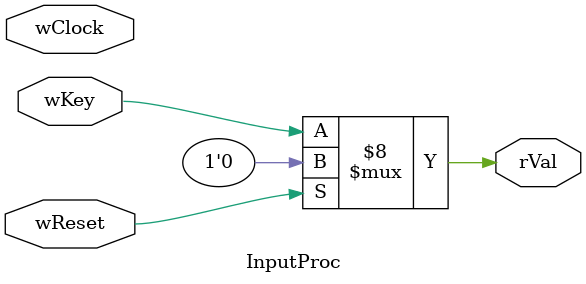
<source format=v>
`timescale 1ns / 1ps


module InputProc
(
    input wire wKey,
    input wire wClock,
    input wire wReset,
    output reg rVal
);

    parameter pDiv = 1000000;       //100Hz for Implementation
    parameter pCnt0 = 0;
    reg[19:0] rCnt;
    reg rCheck;
    
    initial 
    begin
        rCnt = pCnt0;
        rCheck = 1'b0;
    end
    
    always @(posedge wClock)
    begin
        if(rCnt < pDiv)
        begin
            rCnt = rCnt + 1;
        end
       else
       begin
           rCnt = pCnt0;
           rCheck = ~rCheck;
       end
    end
    
    always @(rCheck)
    begin
        if(wReset)
        begin
            rVal = 1'b0;
        end
        else
        begin
            rVal = wKey;
        end
    end
    
endmodule

</source>
